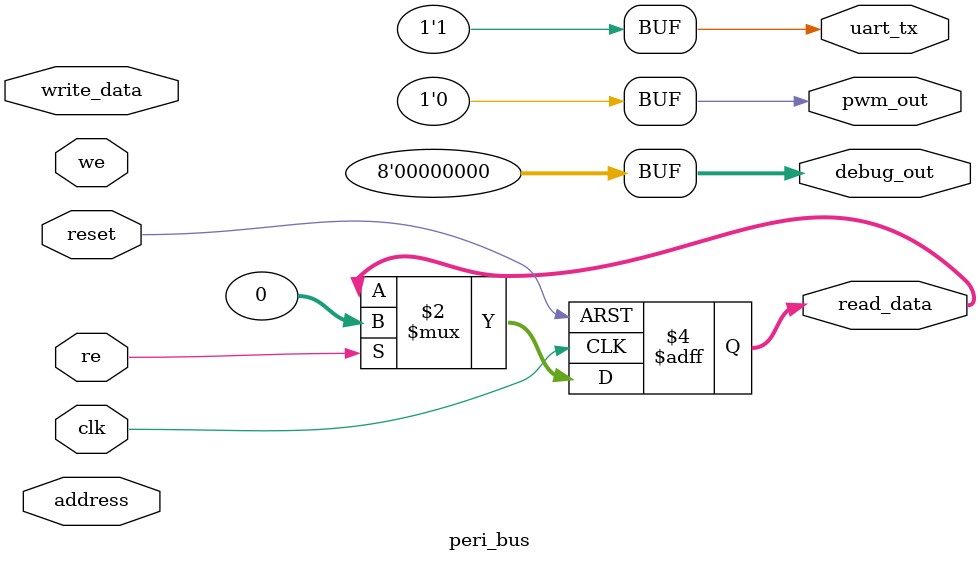
<source format=v>
`default_nettype none

module peri_bus
(
    input  wire            clk,
    input  wire            reset,
    input  wire [31:0]     address,
    input  wire [31:0]     write_data,
    input  wire            we,
    input  wire            re,
    output reg  [31:0]     read_data,
    output wire [7:0]      debug_out,
    output wire            pwm_out,
    output wire            uart_tx
);

  always @(posedge clk or posedge reset) begin
    if (reset)
      read_data <= 32'd0;
    else if (re)
      read_data <= 32'd0;
  end

  assign debug_out = 8'd0;
  assign pwm_out   = 1'b0;
  assign uart_tx   = 1'b1;

endmodule

</source>
